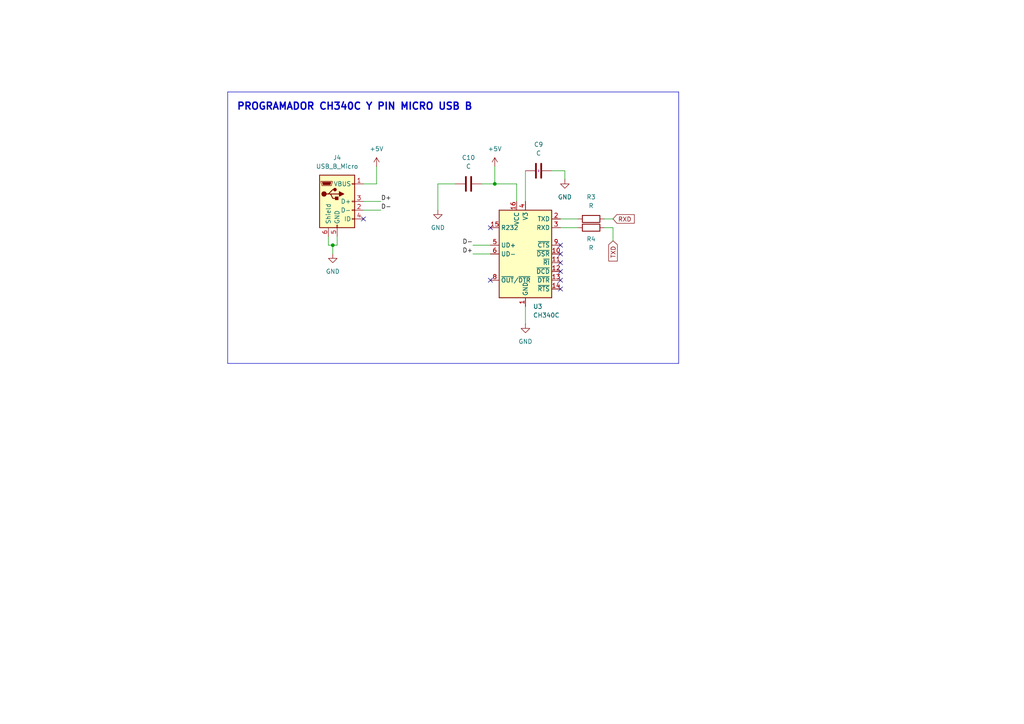
<source format=kicad_sch>
(kicad_sch
	(version 20231120)
	(generator "eeschema")
	(generator_version "8.0")
	(uuid "bb9b7564-03cb-46d4-bedd-6e321988c3ec")
	(paper "A4")
	(lib_symbols
		(symbol "Connector:USB_B_Micro"
			(pin_names
				(offset 1.016)
			)
			(exclude_from_sim no)
			(in_bom yes)
			(on_board yes)
			(property "Reference" "J"
				(at -5.08 11.43 0)
				(effects
					(font
						(size 1.27 1.27)
					)
					(justify left)
				)
			)
			(property "Value" "USB_B_Micro"
				(at -5.08 8.89 0)
				(effects
					(font
						(size 1.27 1.27)
					)
					(justify left)
				)
			)
			(property "Footprint" ""
				(at 3.81 -1.27 0)
				(effects
					(font
						(size 1.27 1.27)
					)
					(hide yes)
				)
			)
			(property "Datasheet" "~"
				(at 3.81 -1.27 0)
				(effects
					(font
						(size 1.27 1.27)
					)
					(hide yes)
				)
			)
			(property "Description" "USB Micro Type B connector"
				(at 0 0 0)
				(effects
					(font
						(size 1.27 1.27)
					)
					(hide yes)
				)
			)
			(property "ki_keywords" "connector USB micro"
				(at 0 0 0)
				(effects
					(font
						(size 1.27 1.27)
					)
					(hide yes)
				)
			)
			(property "ki_fp_filters" "USB*"
				(at 0 0 0)
				(effects
					(font
						(size 1.27 1.27)
					)
					(hide yes)
				)
			)
			(symbol "USB_B_Micro_0_1"
				(rectangle
					(start -5.08 -7.62)
					(end 5.08 7.62)
					(stroke
						(width 0.254)
						(type default)
					)
					(fill
						(type background)
					)
				)
				(circle
					(center -3.81 2.159)
					(radius 0.635)
					(stroke
						(width 0.254)
						(type default)
					)
					(fill
						(type outline)
					)
				)
				(circle
					(center -0.635 3.429)
					(radius 0.381)
					(stroke
						(width 0.254)
						(type default)
					)
					(fill
						(type outline)
					)
				)
				(rectangle
					(start -0.127 -7.62)
					(end 0.127 -6.858)
					(stroke
						(width 0)
						(type default)
					)
					(fill
						(type none)
					)
				)
				(polyline
					(pts
						(xy -1.905 2.159) (xy 0.635 2.159)
					)
					(stroke
						(width 0.254)
						(type default)
					)
					(fill
						(type none)
					)
				)
				(polyline
					(pts
						(xy -3.175 2.159) (xy -2.54 2.159) (xy -1.27 3.429) (xy -0.635 3.429)
					)
					(stroke
						(width 0.254)
						(type default)
					)
					(fill
						(type none)
					)
				)
				(polyline
					(pts
						(xy -2.54 2.159) (xy -1.905 2.159) (xy -1.27 0.889) (xy 0 0.889)
					)
					(stroke
						(width 0.254)
						(type default)
					)
					(fill
						(type none)
					)
				)
				(polyline
					(pts
						(xy 0.635 2.794) (xy 0.635 1.524) (xy 1.905 2.159) (xy 0.635 2.794)
					)
					(stroke
						(width 0.254)
						(type default)
					)
					(fill
						(type outline)
					)
				)
				(polyline
					(pts
						(xy -4.318 5.588) (xy -1.778 5.588) (xy -2.032 4.826) (xy -4.064 4.826) (xy -4.318 5.588)
					)
					(stroke
						(width 0)
						(type default)
					)
					(fill
						(type outline)
					)
				)
				(polyline
					(pts
						(xy -4.699 5.842) (xy -4.699 5.588) (xy -4.445 4.826) (xy -4.445 4.572) (xy -1.651 4.572) (xy -1.651 4.826)
						(xy -1.397 5.588) (xy -1.397 5.842) (xy -4.699 5.842)
					)
					(stroke
						(width 0)
						(type default)
					)
					(fill
						(type none)
					)
				)
				(rectangle
					(start 0.254 1.27)
					(end -0.508 0.508)
					(stroke
						(width 0.254)
						(type default)
					)
					(fill
						(type outline)
					)
				)
				(rectangle
					(start 5.08 -5.207)
					(end 4.318 -4.953)
					(stroke
						(width 0)
						(type default)
					)
					(fill
						(type none)
					)
				)
				(rectangle
					(start 5.08 -2.667)
					(end 4.318 -2.413)
					(stroke
						(width 0)
						(type default)
					)
					(fill
						(type none)
					)
				)
				(rectangle
					(start 5.08 -0.127)
					(end 4.318 0.127)
					(stroke
						(width 0)
						(type default)
					)
					(fill
						(type none)
					)
				)
				(rectangle
					(start 5.08 4.953)
					(end 4.318 5.207)
					(stroke
						(width 0)
						(type default)
					)
					(fill
						(type none)
					)
				)
			)
			(symbol "USB_B_Micro_1_1"
				(pin power_out line
					(at 7.62 5.08 180)
					(length 2.54)
					(name "VBUS"
						(effects
							(font
								(size 1.27 1.27)
							)
						)
					)
					(number "1"
						(effects
							(font
								(size 1.27 1.27)
							)
						)
					)
				)
				(pin bidirectional line
					(at 7.62 -2.54 180)
					(length 2.54)
					(name "D-"
						(effects
							(font
								(size 1.27 1.27)
							)
						)
					)
					(number "2"
						(effects
							(font
								(size 1.27 1.27)
							)
						)
					)
				)
				(pin bidirectional line
					(at 7.62 0 180)
					(length 2.54)
					(name "D+"
						(effects
							(font
								(size 1.27 1.27)
							)
						)
					)
					(number "3"
						(effects
							(font
								(size 1.27 1.27)
							)
						)
					)
				)
				(pin passive line
					(at 7.62 -5.08 180)
					(length 2.54)
					(name "ID"
						(effects
							(font
								(size 1.27 1.27)
							)
						)
					)
					(number "4"
						(effects
							(font
								(size 1.27 1.27)
							)
						)
					)
				)
				(pin power_out line
					(at 0 -10.16 90)
					(length 2.54)
					(name "GND"
						(effects
							(font
								(size 1.27 1.27)
							)
						)
					)
					(number "5"
						(effects
							(font
								(size 1.27 1.27)
							)
						)
					)
				)
				(pin passive line
					(at -2.54 -10.16 90)
					(length 2.54)
					(name "Shield"
						(effects
							(font
								(size 1.27 1.27)
							)
						)
					)
					(number "6"
						(effects
							(font
								(size 1.27 1.27)
							)
						)
					)
				)
			)
		)
		(symbol "Device:C"
			(pin_numbers hide)
			(pin_names
				(offset 0.254)
			)
			(exclude_from_sim no)
			(in_bom yes)
			(on_board yes)
			(property "Reference" "C"
				(at 0.635 2.54 0)
				(effects
					(font
						(size 1.27 1.27)
					)
					(justify left)
				)
			)
			(property "Value" "C"
				(at 0.635 -2.54 0)
				(effects
					(font
						(size 1.27 1.27)
					)
					(justify left)
				)
			)
			(property "Footprint" ""
				(at 0.9652 -3.81 0)
				(effects
					(font
						(size 1.27 1.27)
					)
					(hide yes)
				)
			)
			(property "Datasheet" "~"
				(at 0 0 0)
				(effects
					(font
						(size 1.27 1.27)
					)
					(hide yes)
				)
			)
			(property "Description" "Unpolarized capacitor"
				(at 0 0 0)
				(effects
					(font
						(size 1.27 1.27)
					)
					(hide yes)
				)
			)
			(property "ki_keywords" "cap capacitor"
				(at 0 0 0)
				(effects
					(font
						(size 1.27 1.27)
					)
					(hide yes)
				)
			)
			(property "ki_fp_filters" "C_*"
				(at 0 0 0)
				(effects
					(font
						(size 1.27 1.27)
					)
					(hide yes)
				)
			)
			(symbol "C_0_1"
				(polyline
					(pts
						(xy -2.032 -0.762) (xy 2.032 -0.762)
					)
					(stroke
						(width 0.508)
						(type default)
					)
					(fill
						(type none)
					)
				)
				(polyline
					(pts
						(xy -2.032 0.762) (xy 2.032 0.762)
					)
					(stroke
						(width 0.508)
						(type default)
					)
					(fill
						(type none)
					)
				)
			)
			(symbol "C_1_1"
				(pin passive line
					(at 0 3.81 270)
					(length 2.794)
					(name "~"
						(effects
							(font
								(size 1.27 1.27)
							)
						)
					)
					(number "1"
						(effects
							(font
								(size 1.27 1.27)
							)
						)
					)
				)
				(pin passive line
					(at 0 -3.81 90)
					(length 2.794)
					(name "~"
						(effects
							(font
								(size 1.27 1.27)
							)
						)
					)
					(number "2"
						(effects
							(font
								(size 1.27 1.27)
							)
						)
					)
				)
			)
		)
		(symbol "Device:R"
			(pin_numbers hide)
			(pin_names
				(offset 0)
			)
			(exclude_from_sim no)
			(in_bom yes)
			(on_board yes)
			(property "Reference" "R"
				(at 2.032 0 90)
				(effects
					(font
						(size 1.27 1.27)
					)
				)
			)
			(property "Value" "R"
				(at 0 0 90)
				(effects
					(font
						(size 1.27 1.27)
					)
				)
			)
			(property "Footprint" ""
				(at -1.778 0 90)
				(effects
					(font
						(size 1.27 1.27)
					)
					(hide yes)
				)
			)
			(property "Datasheet" "~"
				(at 0 0 0)
				(effects
					(font
						(size 1.27 1.27)
					)
					(hide yes)
				)
			)
			(property "Description" "Resistor"
				(at 0 0 0)
				(effects
					(font
						(size 1.27 1.27)
					)
					(hide yes)
				)
			)
			(property "ki_keywords" "R res resistor"
				(at 0 0 0)
				(effects
					(font
						(size 1.27 1.27)
					)
					(hide yes)
				)
			)
			(property "ki_fp_filters" "R_*"
				(at 0 0 0)
				(effects
					(font
						(size 1.27 1.27)
					)
					(hide yes)
				)
			)
			(symbol "R_0_1"
				(rectangle
					(start -1.016 -2.54)
					(end 1.016 2.54)
					(stroke
						(width 0.254)
						(type default)
					)
					(fill
						(type none)
					)
				)
			)
			(symbol "R_1_1"
				(pin passive line
					(at 0 3.81 270)
					(length 1.27)
					(name "~"
						(effects
							(font
								(size 1.27 1.27)
							)
						)
					)
					(number "1"
						(effects
							(font
								(size 1.27 1.27)
							)
						)
					)
				)
				(pin passive line
					(at 0 -3.81 90)
					(length 1.27)
					(name "~"
						(effects
							(font
								(size 1.27 1.27)
							)
						)
					)
					(number "2"
						(effects
							(font
								(size 1.27 1.27)
							)
						)
					)
				)
			)
		)
		(symbol "Interface_USB:CH340C"
			(exclude_from_sim no)
			(in_bom yes)
			(on_board yes)
			(property "Reference" "U"
				(at -5.08 13.97 0)
				(effects
					(font
						(size 1.27 1.27)
					)
					(justify right)
				)
			)
			(property "Value" "CH340C"
				(at 1.27 13.97 0)
				(effects
					(font
						(size 1.27 1.27)
					)
					(justify left)
				)
			)
			(property "Footprint" "Package_SO:SOIC-16_3.9x9.9mm_P1.27mm"
				(at 1.27 -13.97 0)
				(effects
					(font
						(size 1.27 1.27)
					)
					(justify left)
					(hide yes)
				)
			)
			(property "Datasheet" "https://datasheet.lcsc.com/szlcsc/Jiangsu-Qin-Heng-CH340C_C84681.pdf"
				(at -8.89 20.32 0)
				(effects
					(font
						(size 1.27 1.27)
					)
					(hide yes)
				)
			)
			(property "Description" "USB serial converter, UART, SOIC-16"
				(at 0 0 0)
				(effects
					(font
						(size 1.27 1.27)
					)
					(hide yes)
				)
			)
			(property "ki_keywords" "USB UART Serial Converter Interface"
				(at 0 0 0)
				(effects
					(font
						(size 1.27 1.27)
					)
					(hide yes)
				)
			)
			(property "ki_fp_filters" "SOIC*3.9x9.9mm*P1.27mm*"
				(at 0 0 0)
				(effects
					(font
						(size 1.27 1.27)
					)
					(hide yes)
				)
			)
			(symbol "CH340C_0_1"
				(rectangle
					(start -7.62 12.7)
					(end 7.62 -12.7)
					(stroke
						(width 0.254)
						(type default)
					)
					(fill
						(type background)
					)
				)
			)
			(symbol "CH340C_1_1"
				(pin power_in line
					(at 0 -15.24 90)
					(length 2.54)
					(name "GND"
						(effects
							(font
								(size 1.27 1.27)
							)
						)
					)
					(number "1"
						(effects
							(font
								(size 1.27 1.27)
							)
						)
					)
				)
				(pin input line
					(at 10.16 0 180)
					(length 2.54)
					(name "~{DSR}"
						(effects
							(font
								(size 1.27 1.27)
							)
						)
					)
					(number "10"
						(effects
							(font
								(size 1.27 1.27)
							)
						)
					)
				)
				(pin input line
					(at 10.16 -2.54 180)
					(length 2.54)
					(name "~{RI}"
						(effects
							(font
								(size 1.27 1.27)
							)
						)
					)
					(number "11"
						(effects
							(font
								(size 1.27 1.27)
							)
						)
					)
				)
				(pin input line
					(at 10.16 -5.08 180)
					(length 2.54)
					(name "~{DCD}"
						(effects
							(font
								(size 1.27 1.27)
							)
						)
					)
					(number "12"
						(effects
							(font
								(size 1.27 1.27)
							)
						)
					)
				)
				(pin output line
					(at 10.16 -7.62 180)
					(length 2.54)
					(name "~{DTR}"
						(effects
							(font
								(size 1.27 1.27)
							)
						)
					)
					(number "13"
						(effects
							(font
								(size 1.27 1.27)
							)
						)
					)
				)
				(pin output line
					(at 10.16 -10.16 180)
					(length 2.54)
					(name "~{RTS}"
						(effects
							(font
								(size 1.27 1.27)
							)
						)
					)
					(number "14"
						(effects
							(font
								(size 1.27 1.27)
							)
						)
					)
				)
				(pin input line
					(at -10.16 7.62 0)
					(length 2.54)
					(name "R232"
						(effects
							(font
								(size 1.27 1.27)
							)
						)
					)
					(number "15"
						(effects
							(font
								(size 1.27 1.27)
							)
						)
					)
				)
				(pin power_in line
					(at -2.54 15.24 270)
					(length 2.54)
					(name "VCC"
						(effects
							(font
								(size 1.27 1.27)
							)
						)
					)
					(number "16"
						(effects
							(font
								(size 1.27 1.27)
							)
						)
					)
				)
				(pin output line
					(at 10.16 10.16 180)
					(length 2.54)
					(name "TXD"
						(effects
							(font
								(size 1.27 1.27)
							)
						)
					)
					(number "2"
						(effects
							(font
								(size 1.27 1.27)
							)
						)
					)
				)
				(pin input line
					(at 10.16 7.62 180)
					(length 2.54)
					(name "RXD"
						(effects
							(font
								(size 1.27 1.27)
							)
						)
					)
					(number "3"
						(effects
							(font
								(size 1.27 1.27)
							)
						)
					)
				)
				(pin power_out line
					(at 0 15.24 270)
					(length 2.54)
					(name "V3"
						(effects
							(font
								(size 1.27 1.27)
							)
						)
					)
					(number "4"
						(effects
							(font
								(size 1.27 1.27)
							)
						)
					)
				)
				(pin bidirectional line
					(at -10.16 2.54 0)
					(length 2.54)
					(name "UD+"
						(effects
							(font
								(size 1.27 1.27)
							)
						)
					)
					(number "5"
						(effects
							(font
								(size 1.27 1.27)
							)
						)
					)
				)
				(pin bidirectional line
					(at -10.16 0 0)
					(length 2.54)
					(name "UD-"
						(effects
							(font
								(size 1.27 1.27)
							)
						)
					)
					(number "6"
						(effects
							(font
								(size 1.27 1.27)
							)
						)
					)
				)
				(pin no_connect line
					(at -7.62 -5.08 0)
					(length 2.54) hide
					(name "NC"
						(effects
							(font
								(size 1.27 1.27)
							)
						)
					)
					(number "7"
						(effects
							(font
								(size 1.27 1.27)
							)
						)
					)
				)
				(pin output line
					(at -10.16 -7.62 0)
					(length 2.54)
					(name "~{OUT}/~{DTR}"
						(effects
							(font
								(size 1.27 1.27)
							)
						)
					)
					(number "8"
						(effects
							(font
								(size 1.27 1.27)
							)
						)
					)
				)
				(pin input line
					(at 10.16 2.54 180)
					(length 2.54)
					(name "~{CTS}"
						(effects
							(font
								(size 1.27 1.27)
							)
						)
					)
					(number "9"
						(effects
							(font
								(size 1.27 1.27)
							)
						)
					)
				)
			)
		)
		(symbol "power:+5V"
			(power)
			(pin_numbers hide)
			(pin_names
				(offset 0) hide)
			(exclude_from_sim no)
			(in_bom yes)
			(on_board yes)
			(property "Reference" "#PWR"
				(at 0 -3.81 0)
				(effects
					(font
						(size 1.27 1.27)
					)
					(hide yes)
				)
			)
			(property "Value" "+5V"
				(at 0 3.556 0)
				(effects
					(font
						(size 1.27 1.27)
					)
				)
			)
			(property "Footprint" ""
				(at 0 0 0)
				(effects
					(font
						(size 1.27 1.27)
					)
					(hide yes)
				)
			)
			(property "Datasheet" ""
				(at 0 0 0)
				(effects
					(font
						(size 1.27 1.27)
					)
					(hide yes)
				)
			)
			(property "Description" "Power symbol creates a global label with name \"+5V\""
				(at 0 0 0)
				(effects
					(font
						(size 1.27 1.27)
					)
					(hide yes)
				)
			)
			(property "ki_keywords" "global power"
				(at 0 0 0)
				(effects
					(font
						(size 1.27 1.27)
					)
					(hide yes)
				)
			)
			(symbol "+5V_0_1"
				(polyline
					(pts
						(xy -0.762 1.27) (xy 0 2.54)
					)
					(stroke
						(width 0)
						(type default)
					)
					(fill
						(type none)
					)
				)
				(polyline
					(pts
						(xy 0 0) (xy 0 2.54)
					)
					(stroke
						(width 0)
						(type default)
					)
					(fill
						(type none)
					)
				)
				(polyline
					(pts
						(xy 0 2.54) (xy 0.762 1.27)
					)
					(stroke
						(width 0)
						(type default)
					)
					(fill
						(type none)
					)
				)
			)
			(symbol "+5V_1_1"
				(pin power_in line
					(at 0 0 90)
					(length 0)
					(name "~"
						(effects
							(font
								(size 1.27 1.27)
							)
						)
					)
					(number "1"
						(effects
							(font
								(size 1.27 1.27)
							)
						)
					)
				)
			)
		)
		(symbol "power:GND"
			(power)
			(pin_numbers hide)
			(pin_names
				(offset 0) hide)
			(exclude_from_sim no)
			(in_bom yes)
			(on_board yes)
			(property "Reference" "#PWR"
				(at 0 -6.35 0)
				(effects
					(font
						(size 1.27 1.27)
					)
					(hide yes)
				)
			)
			(property "Value" "GND"
				(at 0 -3.81 0)
				(effects
					(font
						(size 1.27 1.27)
					)
				)
			)
			(property "Footprint" ""
				(at 0 0 0)
				(effects
					(font
						(size 1.27 1.27)
					)
					(hide yes)
				)
			)
			(property "Datasheet" ""
				(at 0 0 0)
				(effects
					(font
						(size 1.27 1.27)
					)
					(hide yes)
				)
			)
			(property "Description" "Power symbol creates a global label with name \"GND\" , ground"
				(at 0 0 0)
				(effects
					(font
						(size 1.27 1.27)
					)
					(hide yes)
				)
			)
			(property "ki_keywords" "global power"
				(at 0 0 0)
				(effects
					(font
						(size 1.27 1.27)
					)
					(hide yes)
				)
			)
			(symbol "GND_0_1"
				(polyline
					(pts
						(xy 0 0) (xy 0 -1.27) (xy 1.27 -1.27) (xy 0 -2.54) (xy -1.27 -1.27) (xy 0 -1.27)
					)
					(stroke
						(width 0)
						(type default)
					)
					(fill
						(type none)
					)
				)
			)
			(symbol "GND_1_1"
				(pin power_in line
					(at 0 0 270)
					(length 0)
					(name "~"
						(effects
							(font
								(size 1.27 1.27)
							)
						)
					)
					(number "1"
						(effects
							(font
								(size 1.27 1.27)
							)
						)
					)
				)
			)
		)
	)
	(junction
		(at 96.52 71.12)
		(diameter 0)
		(color 0 0 0 0)
		(uuid "9a915104-477a-4326-b730-0e4d7d08fb77")
	)
	(junction
		(at 143.51 53.34)
		(diameter 0)
		(color 0 0 0 0)
		(uuid "9fd983e9-4ef0-4912-8c87-47576c48252e")
	)
	(no_connect
		(at 162.56 83.82)
		(uuid "104c1625-b10b-4e13-83ca-794e10cbb94e")
	)
	(no_connect
		(at 142.24 66.04)
		(uuid "30ea7541-d803-4ae9-b9c3-8e464f4fa5e0")
	)
	(no_connect
		(at 142.24 81.28)
		(uuid "459b7659-1084-413f-9a66-6fafd6dab09d")
	)
	(no_connect
		(at 105.41 63.5)
		(uuid "5935eca7-a2d6-4701-9562-572dbc8c8024")
	)
	(no_connect
		(at 162.56 71.12)
		(uuid "84346c84-b63d-47dd-bfa8-81aa90aa2f28")
	)
	(no_connect
		(at 162.56 78.74)
		(uuid "b887099a-3e2d-4836-8371-b51339fc0837")
	)
	(no_connect
		(at 162.56 81.28)
		(uuid "c8e28a5b-371d-4455-adc5-0027a95b3cb8")
	)
	(no_connect
		(at 162.56 76.2)
		(uuid "df71630c-a17e-4465-bedc-b0367c504d4e")
	)
	(no_connect
		(at 162.56 73.66)
		(uuid "e0f3b562-17fe-4ae1-b796-ea1200030445")
	)
	(wire
		(pts
			(xy 95.25 71.12) (xy 96.52 71.12)
		)
		(stroke
			(width 0)
			(type default)
		)
		(uuid "097b93cf-00da-421f-9fa8-de2c732a86c4")
	)
	(wire
		(pts
			(xy 149.86 53.34) (xy 143.51 53.34)
		)
		(stroke
			(width 0)
			(type default)
		)
		(uuid "0d5b9004-bbfd-49f1-9a7b-43e456110ea5")
	)
	(wire
		(pts
			(xy 177.8 66.04) (xy 175.26 66.04)
		)
		(stroke
			(width 0)
			(type default)
		)
		(uuid "0f62d851-c25e-4a23-8d81-015b0ece0932")
	)
	(polyline
		(pts
			(xy 66.04 26.67) (xy 196.85 26.67)
		)
		(stroke
			(width 0)
			(type default)
		)
		(uuid "21e454e0-0424-476a-b971-6aa27660eb48")
	)
	(wire
		(pts
			(xy 163.83 52.07) (xy 163.83 49.53)
		)
		(stroke
			(width 0)
			(type default)
		)
		(uuid "2b172ebd-22d3-482d-b577-6246e43d55e3")
	)
	(wire
		(pts
			(xy 95.25 68.58) (xy 95.25 71.12)
		)
		(stroke
			(width 0)
			(type default)
		)
		(uuid "3b0af42e-efef-4c5b-b29b-f6f2522b2088")
	)
	(wire
		(pts
			(xy 96.52 71.12) (xy 96.52 73.66)
		)
		(stroke
			(width 0)
			(type default)
		)
		(uuid "40fc6f18-7584-400f-9bd3-11abd842b8bc")
	)
	(wire
		(pts
			(xy 163.83 49.53) (xy 160.02 49.53)
		)
		(stroke
			(width 0)
			(type default)
		)
		(uuid "47bd5efb-f2ab-448d-9465-677979f48d9b")
	)
	(wire
		(pts
			(xy 137.16 73.66) (xy 142.24 73.66)
		)
		(stroke
			(width 0)
			(type default)
		)
		(uuid "642f73d8-2576-41a6-89cb-01b8400dec5d")
	)
	(wire
		(pts
			(xy 96.52 71.12) (xy 97.79 71.12)
		)
		(stroke
			(width 0)
			(type default)
		)
		(uuid "65ef5d40-92c3-4481-a92f-6e2107766fd3")
	)
	(wire
		(pts
			(xy 167.64 66.04) (xy 162.56 66.04)
		)
		(stroke
			(width 0)
			(type default)
		)
		(uuid "66488d90-8dd8-47c7-b7bd-df1384228814")
	)
	(polyline
		(pts
			(xy 196.85 105.41) (xy 196.85 26.67)
		)
		(stroke
			(width 0)
			(type default)
		)
		(uuid "7167e14e-f767-4fb5-a800-19e46bcd8b5c")
	)
	(wire
		(pts
			(xy 137.16 71.12) (xy 142.24 71.12)
		)
		(stroke
			(width 0)
			(type default)
		)
		(uuid "7ce0db23-4abf-435f-9691-63261bfa295e")
	)
	(wire
		(pts
			(xy 127 53.34) (xy 132.08 53.34)
		)
		(stroke
			(width 0)
			(type default)
		)
		(uuid "7cff7f08-e2b8-4ed1-b6c9-44c83901dcc1")
	)
	(wire
		(pts
			(xy 109.22 53.34) (xy 109.22 48.26)
		)
		(stroke
			(width 0)
			(type default)
		)
		(uuid "879ec03a-49b6-4b57-9554-b14f755cb41f")
	)
	(wire
		(pts
			(xy 127 53.34) (xy 127 60.96)
		)
		(stroke
			(width 0)
			(type default)
		)
		(uuid "8a06d564-84c7-428a-aee5-a32247f11bb9")
	)
	(wire
		(pts
			(xy 143.51 53.34) (xy 143.51 48.26)
		)
		(stroke
			(width 0)
			(type default)
		)
		(uuid "914e3742-2b4e-4ac5-8cb7-dd282cc19233")
	)
	(wire
		(pts
			(xy 97.79 71.12) (xy 97.79 68.58)
		)
		(stroke
			(width 0)
			(type default)
		)
		(uuid "bc42d20a-2c21-4621-88e7-f1e5954cf9a1")
	)
	(wire
		(pts
			(xy 110.49 58.42) (xy 105.41 58.42)
		)
		(stroke
			(width 0)
			(type default)
		)
		(uuid "c38e3262-a5cc-41a0-ba05-9a6b3b55ccf1")
	)
	(polyline
		(pts
			(xy 66.04 105.41) (xy 196.85 105.41)
		)
		(stroke
			(width 0)
			(type default)
		)
		(uuid "ce0bc15a-3094-4f20-8673-2f3c53a951e6")
	)
	(wire
		(pts
			(xy 149.86 58.42) (xy 149.86 53.34)
		)
		(stroke
			(width 0)
			(type default)
		)
		(uuid "d1e25ddf-bf6e-43f7-960a-f1be8a81490c")
	)
	(wire
		(pts
			(xy 177.8 63.5) (xy 175.26 63.5)
		)
		(stroke
			(width 0)
			(type default)
		)
		(uuid "decebe4b-b97f-4cd9-84a2-343aa2ba5ee1")
	)
	(wire
		(pts
			(xy 152.4 49.53) (xy 152.4 58.42)
		)
		(stroke
			(width 0)
			(type default)
		)
		(uuid "e04d256f-0748-4177-b967-6523aa9b54a3")
	)
	(wire
		(pts
			(xy 110.49 60.96) (xy 105.41 60.96)
		)
		(stroke
			(width 0)
			(type default)
		)
		(uuid "e04e0f11-a1ec-4ba1-8487-e819691698ce")
	)
	(wire
		(pts
			(xy 167.64 63.5) (xy 162.56 63.5)
		)
		(stroke
			(width 0)
			(type default)
		)
		(uuid "e2518f89-9ba3-4177-b03b-6b0609f1cb2f")
	)
	(wire
		(pts
			(xy 177.8 69.85) (xy 177.8 66.04)
		)
		(stroke
			(width 0)
			(type default)
		)
		(uuid "f2a75ff2-e593-462f-8afe-c60856a87e0a")
	)
	(wire
		(pts
			(xy 105.41 53.34) (xy 109.22 53.34)
		)
		(stroke
			(width 0)
			(type default)
		)
		(uuid "f71f63f0-0c7d-48e5-b070-08a480f16e7f")
	)
	(wire
		(pts
			(xy 143.51 53.34) (xy 139.7 53.34)
		)
		(stroke
			(width 0)
			(type default)
		)
		(uuid "f9c8b9e2-4e17-4ea3-8eba-61812d45459e")
	)
	(wire
		(pts
			(xy 152.4 88.9) (xy 152.4 93.98)
		)
		(stroke
			(width 0)
			(type default)
		)
		(uuid "faa23a23-7594-49ee-a8a5-385e82d5bc78")
	)
	(polyline
		(pts
			(xy 66.04 26.67) (xy 66.04 105.41)
		)
		(stroke
			(width 0)
			(type default)
		)
		(uuid "fdb4a1d7-5c3a-4c44-a464-b247bff05b1f")
	)
	(text "PROGRAMADOR CH340C Y PIN MICRO USB B"
		(exclude_from_sim no)
		(at 102.87 30.988 0)
		(effects
			(font
				(size 2.032 2.032)
				(bold yes)
			)
		)
		(uuid "b81e6f78-96bb-4b2a-aa9b-a513f9ed884f")
	)
	(label "D-"
		(at 110.49 60.96 0)
		(fields_autoplaced yes)
		(effects
			(font
				(size 1.27 1.27)
			)
			(justify left bottom)
		)
		(uuid "1182ab11-3f88-4e68-a690-b6e896313a08")
	)
	(label "D-"
		(at 137.16 71.12 180)
		(fields_autoplaced yes)
		(effects
			(font
				(size 1.27 1.27)
			)
			(justify right bottom)
		)
		(uuid "1f83ffab-4176-4704-af6a-b3e25333a5ac")
	)
	(label "D+"
		(at 137.16 73.66 180)
		(fields_autoplaced yes)
		(effects
			(font
				(size 1.27 1.27)
			)
			(justify right bottom)
		)
		(uuid "209ab63e-90db-4f7a-bf90-825f186227ac")
	)
	(label "D+"
		(at 110.49 58.42 0)
		(fields_autoplaced yes)
		(effects
			(font
				(size 1.27 1.27)
			)
			(justify left bottom)
		)
		(uuid "ab48fca5-9364-40c6-ac44-5f557c785cc4")
	)
	(global_label "RXD"
		(shape input)
		(at 177.8 63.5 0)
		(fields_autoplaced yes)
		(effects
			(font
				(size 1.27 1.27)
			)
			(justify left)
		)
		(uuid "5e75dc3e-fddc-4bcf-b177-a78ab9e51ad0")
		(property "Intersheetrefs" "${INTERSHEET_REFS}"
			(at 184.5347 63.5 0)
			(effects
				(font
					(size 1.27 1.27)
				)
				(justify left)
				(hide yes)
			)
		)
	)
	(global_label "TXD"
		(shape input)
		(at 177.8 69.85 270)
		(fields_autoplaced yes)
		(effects
			(font
				(size 1.27 1.27)
			)
			(justify right)
		)
		(uuid "893c11a7-d58f-4978-84f8-38563e131c0a")
		(property "Intersheetrefs" "${INTERSHEET_REFS}"
			(at 177.8 76.2823 90)
			(effects
				(font
					(size 1.27 1.27)
				)
				(justify right)
				(hide yes)
			)
		)
	)
	(symbol
		(lib_id "power:GND")
		(at 127 60.96 0)
		(unit 1)
		(exclude_from_sim no)
		(in_bom yes)
		(on_board yes)
		(dnp no)
		(fields_autoplaced yes)
		(uuid "00e771f3-b3be-4081-9722-dac2a196a614")
		(property "Reference" "#PWR047"
			(at 127 67.31 0)
			(effects
				(font
					(size 1.27 1.27)
				)
				(hide yes)
			)
		)
		(property "Value" "GND"
			(at 127 66.04 0)
			(effects
				(font
					(size 1.27 1.27)
				)
			)
		)
		(property "Footprint" ""
			(at 127 60.96 0)
			(effects
				(font
					(size 1.27 1.27)
				)
				(hide yes)
			)
		)
		(property "Datasheet" ""
			(at 127 60.96 0)
			(effects
				(font
					(size 1.27 1.27)
				)
				(hide yes)
			)
		)
		(property "Description" "Power symbol creates a global label with name \"GND\" , ground"
			(at 127 60.96 0)
			(effects
				(font
					(size 1.27 1.27)
				)
				(hide yes)
			)
		)
		(pin "1"
			(uuid "0461fb16-06e7-481e-acd2-529c9204dec6")
		)
		(instances
			(project "mini sumo 328P"
				(path "/37d721e8-98d8-40a1-94ba-0fdfff55bf3f/7b55b97b-fb2e-4847-be5d-86e32289aee9"
					(reference "#PWR047")
					(unit 1)
				)
			)
		)
	)
	(symbol
		(lib_id "power:+5V")
		(at 143.51 48.26 0)
		(unit 1)
		(exclude_from_sim no)
		(in_bom yes)
		(on_board yes)
		(dnp no)
		(fields_autoplaced yes)
		(uuid "0354986e-fe09-47c3-9e44-fefc9a785d44")
		(property "Reference" "#PWR048"
			(at 143.51 52.07 0)
			(effects
				(font
					(size 1.27 1.27)
				)
				(hide yes)
			)
		)
		(property "Value" "+5V"
			(at 143.51 43.18 0)
			(effects
				(font
					(size 1.27 1.27)
				)
			)
		)
		(property "Footprint" ""
			(at 143.51 48.26 0)
			(effects
				(font
					(size 1.27 1.27)
				)
				(hide yes)
			)
		)
		(property "Datasheet" ""
			(at 143.51 48.26 0)
			(effects
				(font
					(size 1.27 1.27)
				)
				(hide yes)
			)
		)
		(property "Description" "Power symbol creates a global label with name \"+5V\""
			(at 143.51 48.26 0)
			(effects
				(font
					(size 1.27 1.27)
				)
				(hide yes)
			)
		)
		(pin "1"
			(uuid "b1da2ba6-e3a8-4012-8dca-b11c1f610ef0")
		)
		(instances
			(project "mini sumo 328P"
				(path "/37d721e8-98d8-40a1-94ba-0fdfff55bf3f/7b55b97b-fb2e-4847-be5d-86e32289aee9"
					(reference "#PWR048")
					(unit 1)
				)
			)
		)
	)
	(symbol
		(lib_id "power:GND")
		(at 96.52 73.66 0)
		(unit 1)
		(exclude_from_sim no)
		(in_bom yes)
		(on_board yes)
		(dnp no)
		(fields_autoplaced yes)
		(uuid "0e4a2ac3-1e06-44c0-a46b-b2d57ffbf1e3")
		(property "Reference" "#PWR044"
			(at 96.52 80.01 0)
			(effects
				(font
					(size 1.27 1.27)
				)
				(hide yes)
			)
		)
		(property "Value" "GND"
			(at 96.52 78.74 0)
			(effects
				(font
					(size 1.27 1.27)
				)
			)
		)
		(property "Footprint" ""
			(at 96.52 73.66 0)
			(effects
				(font
					(size 1.27 1.27)
				)
				(hide yes)
			)
		)
		(property "Datasheet" ""
			(at 96.52 73.66 0)
			(effects
				(font
					(size 1.27 1.27)
				)
				(hide yes)
			)
		)
		(property "Description" "Power symbol creates a global label with name \"GND\" , ground"
			(at 96.52 73.66 0)
			(effects
				(font
					(size 1.27 1.27)
				)
				(hide yes)
			)
		)
		(pin "1"
			(uuid "eb420c58-3991-456d-b70c-18e1f9d0e074")
		)
		(instances
			(project "mini sumo 328P"
				(path "/37d721e8-98d8-40a1-94ba-0fdfff55bf3f/7b55b97b-fb2e-4847-be5d-86e32289aee9"
					(reference "#PWR044")
					(unit 1)
				)
			)
		)
	)
	(symbol
		(lib_id "power:+5V")
		(at 109.22 48.26 0)
		(unit 1)
		(exclude_from_sim no)
		(in_bom yes)
		(on_board yes)
		(dnp no)
		(fields_autoplaced yes)
		(uuid "26538c7f-073a-40df-911a-f25b3fa5b29b")
		(property "Reference" "#PWR043"
			(at 109.22 52.07 0)
			(effects
				(font
					(size 1.27 1.27)
				)
				(hide yes)
			)
		)
		(property "Value" "+5V"
			(at 109.22 43.18 0)
			(effects
				(font
					(size 1.27 1.27)
				)
			)
		)
		(property "Footprint" ""
			(at 109.22 48.26 0)
			(effects
				(font
					(size 1.27 1.27)
				)
				(hide yes)
			)
		)
		(property "Datasheet" ""
			(at 109.22 48.26 0)
			(effects
				(font
					(size 1.27 1.27)
				)
				(hide yes)
			)
		)
		(property "Description" "Power symbol creates a global label with name \"+5V\""
			(at 109.22 48.26 0)
			(effects
				(font
					(size 1.27 1.27)
				)
				(hide yes)
			)
		)
		(pin "1"
			(uuid "07f7fc2c-997a-41df-95fb-f6b808411061")
		)
		(instances
			(project "mini sumo 328P"
				(path "/37d721e8-98d8-40a1-94ba-0fdfff55bf3f/7b55b97b-fb2e-4847-be5d-86e32289aee9"
					(reference "#PWR043")
					(unit 1)
				)
			)
		)
	)
	(symbol
		(lib_id "power:GND")
		(at 152.4 93.98 0)
		(unit 1)
		(exclude_from_sim no)
		(in_bom yes)
		(on_board yes)
		(dnp no)
		(fields_autoplaced yes)
		(uuid "37cb939d-4f1f-4574-b765-a4c6543865f6")
		(property "Reference" "#PWR045"
			(at 152.4 100.33 0)
			(effects
				(font
					(size 1.27 1.27)
				)
				(hide yes)
			)
		)
		(property "Value" "GND"
			(at 152.4 99.06 0)
			(effects
				(font
					(size 1.27 1.27)
				)
			)
		)
		(property "Footprint" ""
			(at 152.4 93.98 0)
			(effects
				(font
					(size 1.27 1.27)
				)
				(hide yes)
			)
		)
		(property "Datasheet" ""
			(at 152.4 93.98 0)
			(effects
				(font
					(size 1.27 1.27)
				)
				(hide yes)
			)
		)
		(property "Description" "Power symbol creates a global label with name \"GND\" , ground"
			(at 152.4 93.98 0)
			(effects
				(font
					(size 1.27 1.27)
				)
				(hide yes)
			)
		)
		(pin "1"
			(uuid "bb76804b-9c02-4885-a838-a7f9f71a602b")
		)
		(instances
			(project "mini sumo 328P"
				(path "/37d721e8-98d8-40a1-94ba-0fdfff55bf3f/7b55b97b-fb2e-4847-be5d-86e32289aee9"
					(reference "#PWR045")
					(unit 1)
				)
			)
		)
	)
	(symbol
		(lib_id "Device:C")
		(at 156.21 49.53 270)
		(unit 1)
		(exclude_from_sim no)
		(in_bom yes)
		(on_board yes)
		(dnp no)
		(fields_autoplaced yes)
		(uuid "4364d3d4-578b-4cb2-8a64-d370c5d0c263")
		(property "Reference" "C9"
			(at 156.21 41.91 90)
			(effects
				(font
					(size 1.27 1.27)
				)
			)
		)
		(property "Value" "C"
			(at 156.21 44.45 90)
			(effects
				(font
					(size 1.27 1.27)
				)
			)
		)
		(property "Footprint" "Capacitor_SMD:C_0805_2012Metric_Pad1.18x1.45mm_HandSolder"
			(at 152.4 50.4952 0)
			(effects
				(font
					(size 1.27 1.27)
				)
				(hide yes)
			)
		)
		(property "Datasheet" "~"
			(at 156.21 49.53 0)
			(effects
				(font
					(size 1.27 1.27)
				)
			)
		)
		(property "Description" "Unpolarized capacitor"
			(at 156.21 49.53 0)
			(effects
				(font
					(size 1.27 1.27)
				)
				(hide yes)
			)
		)
		(pin "2"
			(uuid "87235189-1459-4b2a-bfcc-5b4edc34a205")
		)
		(pin "1"
			(uuid "e74bafd5-bd1d-47c9-bf4d-8d4f4a0cc293")
		)
		(instances
			(project "mini sumo 328P"
				(path "/37d721e8-98d8-40a1-94ba-0fdfff55bf3f/7b55b97b-fb2e-4847-be5d-86e32289aee9"
					(reference "C9")
					(unit 1)
				)
			)
		)
	)
	(symbol
		(lib_id "Connector:USB_B_Micro")
		(at 97.79 58.42 0)
		(unit 1)
		(exclude_from_sim no)
		(in_bom yes)
		(on_board yes)
		(dnp no)
		(fields_autoplaced yes)
		(uuid "5bd4dc91-b081-4de4-810d-eea73fd355f7")
		(property "Reference" "J4"
			(at 97.79 45.72 0)
			(effects
				(font
					(size 1.27 1.27)
				)
			)
		)
		(property "Value" "USB_B_Micro"
			(at 97.79 48.26 0)
			(effects
				(font
					(size 1.27 1.27)
				)
			)
		)
		(property "Footprint" "Connector_USB:USB_Micro-B_Wuerth_614105150721_Vertical"
			(at 101.6 59.69 0)
			(effects
				(font
					(size 1.27 1.27)
				)
				(hide yes)
			)
		)
		(property "Datasheet" "~"
			(at 101.6 59.69 0)
			(effects
				(font
					(size 1.27 1.27)
				)
				(hide yes)
			)
		)
		(property "Description" "USB Micro Type B connector"
			(at 97.79 58.42 0)
			(effects
				(font
					(size 1.27 1.27)
				)
				(hide yes)
			)
		)
		(pin "1"
			(uuid "19a471b3-45c8-4232-a5f1-a718afd98780")
		)
		(pin "3"
			(uuid "e5d61088-76f5-4c19-ba36-f3bd2c353488")
		)
		(pin "6"
			(uuid "7fff6b93-13d1-41c0-97b5-e72e2731b08c")
		)
		(pin "2"
			(uuid "3e861dba-7d50-41ed-8fb1-0034ea5f325e")
		)
		(pin "4"
			(uuid "43cbf14f-3703-4873-aca1-f18aa5513c76")
		)
		(pin "5"
			(uuid "22d16a6b-e38a-44f2-964d-341ab560e66c")
		)
		(instances
			(project "mini sumo 328P"
				(path "/37d721e8-98d8-40a1-94ba-0fdfff55bf3f/7b55b97b-fb2e-4847-be5d-86e32289aee9"
					(reference "J4")
					(unit 1)
				)
			)
		)
	)
	(symbol
		(lib_id "Device:C")
		(at 135.89 53.34 90)
		(unit 1)
		(exclude_from_sim no)
		(in_bom yes)
		(on_board yes)
		(dnp no)
		(fields_autoplaced yes)
		(uuid "b7ec0444-6bef-4c05-8081-19aa0c551b40")
		(property "Reference" "C10"
			(at 135.89 45.72 90)
			(effects
				(font
					(size 1.27 1.27)
				)
			)
		)
		(property "Value" "C"
			(at 135.89 48.26 90)
			(effects
				(font
					(size 1.27 1.27)
				)
			)
		)
		(property "Footprint" "Capacitor_SMD:C_0805_2012Metric_Pad1.18x1.45mm_HandSolder"
			(at 139.7 52.3748 0)
			(effects
				(font
					(size 1.27 1.27)
				)
				(hide yes)
			)
		)
		(property "Datasheet" "~"
			(at 135.89 53.34 0)
			(effects
				(font
					(size 1.27 1.27)
				)
				(hide yes)
			)
		)
		(property "Description" "Unpolarized capacitor"
			(at 135.89 53.34 0)
			(effects
				(font
					(size 1.27 1.27)
				)
				(hide yes)
			)
		)
		(pin "2"
			(uuid "ca5abece-6e32-4388-a3bb-57dae9fa71cf")
		)
		(pin "1"
			(uuid "f68e3c42-677e-401a-b28b-f9b51dc8f890")
		)
		(instances
			(project "mini sumo 328P"
				(path "/37d721e8-98d8-40a1-94ba-0fdfff55bf3f/7b55b97b-fb2e-4847-be5d-86e32289aee9"
					(reference "C10")
					(unit 1)
				)
			)
		)
	)
	(symbol
		(lib_id "Interface_USB:CH340C")
		(at 152.4 73.66 0)
		(unit 1)
		(exclude_from_sim no)
		(in_bom yes)
		(on_board yes)
		(dnp no)
		(fields_autoplaced yes)
		(uuid "ba5a2499-6333-4327-8ad8-006cf57ed18f")
		(property "Reference" "U3"
			(at 154.5941 88.9 0)
			(effects
				(font
					(size 1.27 1.27)
				)
				(justify left)
			)
		)
		(property "Value" "CH340C"
			(at 154.5941 91.44 0)
			(effects
				(font
					(size 1.27 1.27)
				)
				(justify left)
			)
		)
		(property "Footprint" "Package_SO:SOIC-16_3.9x9.9mm_P1.27mm"
			(at 153.67 87.63 0)
			(effects
				(font
					(size 1.27 1.27)
				)
				(justify left)
				(hide yes)
			)
		)
		(property "Datasheet" "https://datasheet.lcsc.com/szlcsc/Jiangsu-Qin-Heng-CH340C_C84681.pdf"
			(at 143.51 53.34 0)
			(effects
				(font
					(size 1.27 1.27)
				)
				(hide yes)
			)
		)
		(property "Description" "USB serial converter, UART, SOIC-16"
			(at 152.4 73.66 0)
			(effects
				(font
					(size 1.27 1.27)
				)
				(hide yes)
			)
		)
		(pin "10"
			(uuid "51408366-aece-4db0-819e-fdee52728d02")
		)
		(pin "4"
			(uuid "2b9120e4-1511-4ef3-8fcc-d492b273e10d")
		)
		(pin "2"
			(uuid "a940d6c7-79b8-48b1-a6ac-f78805f58488")
		)
		(pin "14"
			(uuid "6bcf13c5-beda-47aa-8fc0-62045cdb10d4")
		)
		(pin "15"
			(uuid "037bf2ab-9d80-48a2-9cc6-2d65c13ef10e")
		)
		(pin "1"
			(uuid "075c9d5e-3473-4682-a7f9-297ade8e076b")
		)
		(pin "5"
			(uuid "234178c1-8ae1-4eb6-a057-4aa1ed03ee76")
		)
		(pin "8"
			(uuid "e81e60ab-6f95-483f-aa5e-a9d698f7f99b")
		)
		(pin "13"
			(uuid "f690946b-5996-48a5-a59b-ec0c1a4efb48")
		)
		(pin "16"
			(uuid "64b75542-d9c4-4fcf-b893-d1efd6400399")
		)
		(pin "9"
			(uuid "9be35872-d9cc-47c9-8a4a-7a0ea1968d7b")
		)
		(pin "6"
			(uuid "26776c81-6135-4d26-980a-d574a2d3a82e")
		)
		(pin "3"
			(uuid "ee249d28-8688-472b-a091-8e84b5571864")
		)
		(pin "7"
			(uuid "cc9bf003-5b11-4dd7-91f3-ade5b78bfc36")
		)
		(pin "12"
			(uuid "c7f1a902-d9f4-41c3-8ee8-87a9f0f550b9")
		)
		(pin "11"
			(uuid "fab36541-85f8-468d-9554-7c421b06b269")
		)
		(instances
			(project "mini sumo 328P"
				(path "/37d721e8-98d8-40a1-94ba-0fdfff55bf3f/7b55b97b-fb2e-4847-be5d-86e32289aee9"
					(reference "U3")
					(unit 1)
				)
			)
		)
	)
	(symbol
		(lib_id "Device:R")
		(at 171.45 66.04 270)
		(unit 1)
		(exclude_from_sim no)
		(in_bom yes)
		(on_board yes)
		(dnp no)
		(uuid "d035a6e2-90c2-4508-83ed-9cbb8772795c")
		(property "Reference" "R4"
			(at 171.45 69.342 90)
			(effects
				(font
					(size 1.27 1.27)
				)
			)
		)
		(property "Value" "R"
			(at 171.45 71.882 90)
			(effects
				(font
					(size 1.27 1.27)
				)
			)
		)
		(property "Footprint" "Resistor_SMD:R_0805_2012Metric_Pad1.20x1.40mm_HandSolder"
			(at 171.45 64.262 90)
			(effects
				(font
					(size 1.27 1.27)
				)
				(hide yes)
			)
		)
		(property "Datasheet" "~"
			(at 171.45 66.04 0)
			(effects
				(font
					(size 1.27 1.27)
				)
				(hide yes)
			)
		)
		(property "Description" "Resistor"
			(at 171.45 66.04 0)
			(effects
				(font
					(size 1.27 1.27)
				)
				(hide yes)
			)
		)
		(pin "1"
			(uuid "7a8cedd4-26d8-4ec6-ab5e-202da1a54ab8")
		)
		(pin "2"
			(uuid "c91759d6-b397-4069-b0df-d36a1c4fa948")
		)
		(instances
			(project "mini sumo 328P"
				(path "/37d721e8-98d8-40a1-94ba-0fdfff55bf3f/7b55b97b-fb2e-4847-be5d-86e32289aee9"
					(reference "R4")
					(unit 1)
				)
			)
		)
	)
	(symbol
		(lib_id "Device:R")
		(at 171.45 63.5 90)
		(unit 1)
		(exclude_from_sim no)
		(in_bom yes)
		(on_board yes)
		(dnp no)
		(uuid "db242208-8f21-4afd-a969-ce014cfb0715")
		(property "Reference" "R3"
			(at 171.45 57.15 90)
			(effects
				(font
					(size 1.27 1.27)
				)
			)
		)
		(property "Value" "R"
			(at 171.45 59.69 90)
			(effects
				(font
					(size 1.27 1.27)
				)
			)
		)
		(property "Footprint" "Resistor_SMD:R_0805_2012Metric_Pad1.20x1.40mm_HandSolder"
			(at 171.45 65.278 90)
			(effects
				(font
					(size 1.27 1.27)
				)
				(hide yes)
			)
		)
		(property "Datasheet" "~"
			(at 171.45 63.5 0)
			(effects
				(font
					(size 1.27 1.27)
				)
				(hide yes)
			)
		)
		(property "Description" "Resistor"
			(at 171.45 63.5 0)
			(effects
				(font
					(size 1.27 1.27)
				)
				(hide yes)
			)
		)
		(pin "1"
			(uuid "3fd1fe3a-d2b0-4860-889d-dade5524076d")
		)
		(pin "2"
			(uuid "1eb52434-2a7e-4fe0-9a83-66238eac3429")
		)
		(instances
			(project "mini sumo 328P"
				(path "/37d721e8-98d8-40a1-94ba-0fdfff55bf3f/7b55b97b-fb2e-4847-be5d-86e32289aee9"
					(reference "R3")
					(unit 1)
				)
			)
		)
	)
	(symbol
		(lib_id "power:GND")
		(at 163.83 52.07 0)
		(unit 1)
		(exclude_from_sim no)
		(in_bom yes)
		(on_board yes)
		(dnp no)
		(fields_autoplaced yes)
		(uuid "f2219e48-5263-4524-8ec9-5ffe1d5b9777")
		(property "Reference" "#PWR046"
			(at 163.83 58.42 0)
			(effects
				(font
					(size 1.27 1.27)
				)
				(hide yes)
			)
		)
		(property "Value" "GND"
			(at 163.83 57.15 0)
			(effects
				(font
					(size 1.27 1.27)
				)
			)
		)
		(property "Footprint" ""
			(at 163.83 52.07 0)
			(effects
				(font
					(size 1.27 1.27)
				)
				(hide yes)
			)
		)
		(property "Datasheet" ""
			(at 163.83 52.07 0)
			(effects
				(font
					(size 1.27 1.27)
				)
				(hide yes)
			)
		)
		(property "Description" "Power symbol creates a global label with name \"GND\" , ground"
			(at 163.83 52.07 0)
			(effects
				(font
					(size 1.27 1.27)
				)
				(hide yes)
			)
		)
		(pin "1"
			(uuid "583d3261-2e1a-4769-868d-c3a998125677")
		)
		(instances
			(project "mini sumo 328P"
				(path "/37d721e8-98d8-40a1-94ba-0fdfff55bf3f/7b55b97b-fb2e-4847-be5d-86e32289aee9"
					(reference "#PWR046")
					(unit 1)
				)
			)
		)
	)
)
</source>
